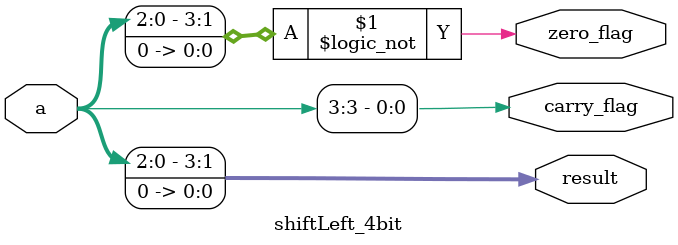
<source format=sv>
module shiftLeft_4bit(
  input logic [3:0] a,
  output logic [3:0] result,
  output logic zero_flag,
  output logic carry_flag
);

	assign result[0] = 1'b0;
  assign result[1] = a[0];
  assign result[2] = a[1];
  assign result[3] = a[2];

  // Set zero flag
  assign zero_flag = (result == 4'b0000);

  // Set carry flag based on the value of the MSB of input 'a'
  assign carry_flag = (a[3] == 1'b1);

endmodule
</source>
